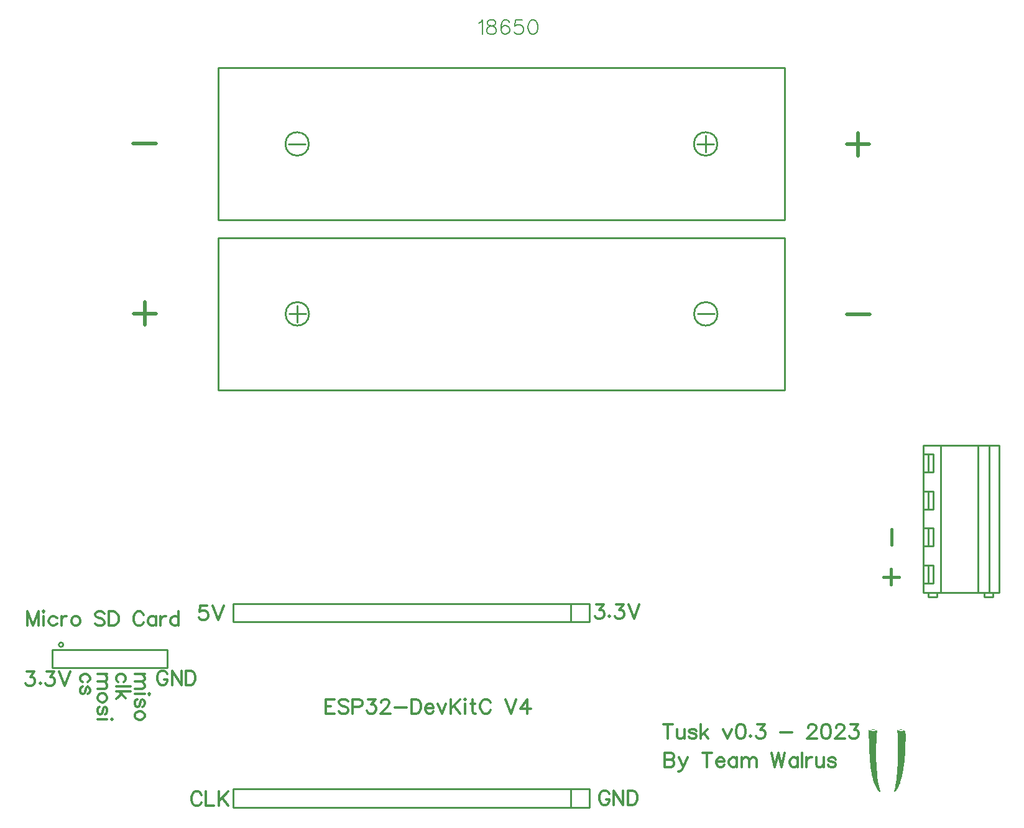
<source format=gto>
G04 Layer: TopSilkscreenLayer*
G04 EasyEDA v6.5.22, 2023-04-15 12:39:05*
G04 be6c2babb4a64d26810588ea53c7a698,ef4dac4c239f4a7f90591e71bd1ece2f,10*
G04 Gerber Generator version 0.2*
G04 Scale: 100 percent, Rotated: No, Reflected: No *
G04 Dimensions in inches *
G04 leading zeros omitted , absolute positions ,3 integer and 6 decimal *
%FSLAX36Y36*%
%MOIN*%

%ADD10C,0.0120*%
%ADD11C,0.0080*%
%ADD12C,0.0150*%
%ADD13C,0.0200*%
%ADD14C,0.0100*%
%ADD15C,0.0160*%

%LPD*%
G36*
X3482320Y-245280D02*
G01*
X3478039Y-245400D01*
X3475580Y-245720D01*
X3475140Y-246160D01*
X3476900Y-246700D01*
X3480059Y-247120D01*
X3483480Y-247240D01*
X3486720Y-247079D01*
X3489400Y-246640D01*
X3490520Y-246080D01*
X3489560Y-245640D01*
X3486760Y-245360D01*
G37*
G36*
X3333920Y-245340D02*
G01*
X3329000Y-245440D01*
X3326040Y-245740D01*
X3325260Y-246160D01*
X3326880Y-246700D01*
X3330160Y-247120D01*
X3333900Y-247260D01*
X3337660Y-247120D01*
X3340940Y-246700D01*
X3342559Y-246160D01*
X3341780Y-245740D01*
X3338820Y-245440D01*
G37*
G36*
X3311259Y-247480D02*
G01*
X3313200Y-341960D01*
X3313600Y-355920D01*
X3314100Y-369360D01*
X3314700Y-382260D01*
X3315380Y-394640D01*
X3316180Y-406560D01*
X3317080Y-417980D01*
X3318080Y-428940D01*
X3319180Y-439480D01*
X3320400Y-449580D01*
X3321740Y-459280D01*
X3323180Y-468579D01*
X3325160Y-479680D01*
X3327320Y-490240D01*
X3329200Y-498300D01*
X3331720Y-507920D01*
X3333880Y-515300D01*
X3337380Y-525840D01*
X3340539Y-534180D01*
X3343220Y-540580D01*
X3346780Y-548280D01*
X3349480Y-553600D01*
X3351980Y-558080D01*
X3354540Y-562260D01*
X3357120Y-566120D01*
X3359660Y-569620D01*
X3362120Y-572720D01*
X3364460Y-575360D01*
X3366620Y-577540D01*
X3368560Y-579180D01*
X3370220Y-580240D01*
X3370940Y-580560D01*
X3371580Y-580700D01*
X3372120Y-580700D01*
X3372559Y-580540D01*
X3372900Y-580180D01*
X3373140Y-579660D01*
X3373260Y-578960D01*
X3373260Y-578080D01*
X3372860Y-575720D01*
X3371920Y-572560D01*
X3369900Y-567020D01*
X3368200Y-561580D01*
X3366560Y-555560D01*
X3364980Y-548960D01*
X3363480Y-541800D01*
X3362040Y-534160D01*
X3360680Y-526020D01*
X3359080Y-515240D01*
X3357900Y-506160D01*
X3356780Y-496700D01*
X3354800Y-476800D01*
X3353340Y-458480D01*
X3352300Y-442260D01*
X3351720Y-431220D01*
X3350820Y-408760D01*
X3350460Y-394560D01*
X3350200Y-371760D01*
X3350260Y-354739D01*
X3350500Y-340700D01*
X3350899Y-326860D01*
X3351460Y-313260D01*
X3352040Y-302600D01*
X3352900Y-289620D01*
X3353960Y-277080D01*
X3356720Y-250219D01*
X3342980Y-252260D01*
X3339960Y-252620D01*
X3336840Y-252820D01*
X3333700Y-252860D01*
X3330600Y-252740D01*
X3327620Y-252480D01*
X3324840Y-252100D01*
X3322360Y-251560D01*
X3320240Y-250900D01*
G37*
G36*
X3461920Y-248260D02*
G01*
X3464920Y-280600D01*
X3465640Y-290100D01*
X3466240Y-299940D01*
X3467140Y-320540D01*
X3467540Y-336640D01*
X3467740Y-355920D01*
X3467679Y-369920D01*
X3467500Y-384060D01*
X3467100Y-401060D01*
X3466240Y-423640D01*
X3465680Y-434799D01*
X3464320Y-456680D01*
X3462420Y-480300D01*
X3460920Y-495280D01*
X3459840Y-504840D01*
X3458399Y-516260D01*
X3457160Y-524920D01*
X3455860Y-533120D01*
X3454480Y-540840D01*
X3453060Y-548020D01*
X3451560Y-554640D01*
X3448540Y-566300D01*
X3447520Y-570960D01*
X3446940Y-574660D01*
X3446820Y-576140D01*
X3446820Y-577380D01*
X3446920Y-578400D01*
X3447140Y-579160D01*
X3447480Y-579660D01*
X3447919Y-579940D01*
X3448500Y-579980D01*
X3449160Y-579780D01*
X3449960Y-579320D01*
X3450860Y-578640D01*
X3453020Y-576520D01*
X3455640Y-573460D01*
X3458720Y-569420D01*
X3462260Y-564420D01*
X3465400Y-559580D01*
X3468440Y-554460D01*
X3471340Y-549000D01*
X3474120Y-543240D01*
X3478060Y-533940D01*
X3481120Y-525580D01*
X3484020Y-516640D01*
X3486220Y-509060D01*
X3488800Y-499040D01*
X3490740Y-490560D01*
X3492580Y-481680D01*
X3494320Y-472340D01*
X3495940Y-462580D01*
X3497480Y-452360D01*
X3498900Y-441680D01*
X3500240Y-430520D01*
X3501500Y-418880D01*
X3502640Y-406740D01*
X3503700Y-394099D01*
X3504680Y-380920D01*
X3505580Y-367220D01*
X3507120Y-338200D01*
X3507820Y-321180D01*
X3508480Y-301480D01*
X3508740Y-285540D01*
X3508700Y-278900D01*
X3508540Y-273060D01*
X3508260Y-268020D01*
X3507860Y-263700D01*
X3507300Y-260060D01*
X3506600Y-257079D01*
X3505760Y-254720D01*
X3504740Y-252920D01*
X3504180Y-252220D01*
X3503580Y-251660D01*
X3502919Y-251200D01*
X3502240Y-250859D01*
X3501500Y-250640D01*
X3500720Y-250520D01*
X3499020Y-250560D01*
X3497120Y-250980D01*
X3493700Y-252040D01*
X3491220Y-252560D01*
X3488660Y-252880D01*
X3486019Y-253000D01*
X3483279Y-252900D01*
X3480419Y-252600D01*
X3477460Y-252100D01*
X3474340Y-251400D01*
G37*
D10*
X2233540Y-217599D02*
G01*
X2233540Y-293899D01*
X2208140Y-217599D02*
G01*
X2259040Y-217599D01*
X2283040Y-242999D02*
G01*
X2283040Y-279399D01*
X2286640Y-290299D01*
X2293940Y-293899D01*
X2304840Y-293899D01*
X2312140Y-290299D01*
X2323040Y-279399D01*
X2323040Y-242999D02*
G01*
X2323040Y-293899D01*
X2387040Y-253899D02*
G01*
X2383440Y-246699D01*
X2372440Y-242999D01*
X2361540Y-242999D01*
X2350640Y-246699D01*
X2347040Y-253899D01*
X2350640Y-261199D01*
X2357940Y-264899D01*
X2376140Y-268499D01*
X2383440Y-272100D01*
X2387040Y-279399D01*
X2387040Y-282999D01*
X2383440Y-290299D01*
X2372440Y-293899D01*
X2361540Y-293899D01*
X2350640Y-290299D01*
X2347040Y-282999D01*
X2411040Y-217599D02*
G01*
X2411040Y-293899D01*
X2447440Y-242999D02*
G01*
X2411040Y-279399D01*
X2425540Y-264899D02*
G01*
X2451040Y-293899D01*
X2531040Y-242999D02*
G01*
X2552840Y-293899D01*
X2574640Y-242999D02*
G01*
X2552840Y-293899D01*
X2620440Y-217599D02*
G01*
X2609540Y-221199D01*
X2602340Y-232100D01*
X2598640Y-250299D01*
X2598640Y-261199D01*
X2602340Y-279399D01*
X2609540Y-290299D01*
X2620440Y-293899D01*
X2627740Y-293899D01*
X2638640Y-290299D01*
X2645940Y-279399D01*
X2649540Y-261199D01*
X2649540Y-250299D01*
X2645940Y-232100D01*
X2638640Y-221199D01*
X2627740Y-217599D01*
X2620440Y-217599D01*
X2677240Y-275799D02*
G01*
X2673540Y-279399D01*
X2677240Y-282999D01*
X2680840Y-279399D01*
X2677240Y-275799D01*
X2712140Y-217599D02*
G01*
X2752140Y-217599D01*
X2730340Y-246699D01*
X2741240Y-246699D01*
X2748440Y-250299D01*
X2752140Y-253899D01*
X2755740Y-264899D01*
X2755740Y-272100D01*
X2752140Y-282999D01*
X2744840Y-290299D01*
X2733940Y-293899D01*
X2723040Y-293899D01*
X2712140Y-290299D01*
X2708440Y-286699D01*
X2704840Y-279399D01*
X2835740Y-261199D02*
G01*
X2901240Y-261199D01*
X2984840Y-235799D02*
G01*
X2984840Y-232100D01*
X2988440Y-224899D01*
X2992140Y-221199D01*
X2999440Y-217599D01*
X3013940Y-217599D01*
X3021240Y-221199D01*
X3024840Y-224899D01*
X3028440Y-232100D01*
X3028440Y-239399D01*
X3024840Y-246699D01*
X3017540Y-257599D01*
X2981240Y-293899D01*
X3032140Y-293899D01*
X3077940Y-217599D02*
G01*
X3067040Y-221199D01*
X3059740Y-232100D01*
X3056140Y-250299D01*
X3056140Y-261199D01*
X3059740Y-279399D01*
X3067040Y-290299D01*
X3077940Y-293899D01*
X3085240Y-293899D01*
X3096140Y-290299D01*
X3103440Y-279399D01*
X3107040Y-261199D01*
X3107040Y-250299D01*
X3103440Y-232100D01*
X3096140Y-221199D01*
X3085240Y-217599D01*
X3077940Y-217599D01*
X3134640Y-235799D02*
G01*
X3134640Y-232100D01*
X3138340Y-224899D01*
X3141940Y-221199D01*
X3149240Y-217599D01*
X3163740Y-217599D01*
X3171040Y-221199D01*
X3174640Y-224899D01*
X3178340Y-232100D01*
X3178340Y-239399D01*
X3174640Y-246699D01*
X3167440Y-257599D01*
X3131040Y-293899D01*
X3181940Y-293899D01*
X3213240Y-217599D02*
G01*
X3253240Y-217599D01*
X3231440Y-246699D01*
X3242340Y-246699D01*
X3249540Y-250299D01*
X3253240Y-253899D01*
X3256840Y-264899D01*
X3256840Y-272100D01*
X3253240Y-282999D01*
X3245940Y-290299D01*
X3235040Y-293899D01*
X3224140Y-293899D01*
X3213240Y-290299D01*
X3209540Y-286699D01*
X3205940Y-279399D01*
D11*
X1221040Y3547200D02*
G01*
X1228240Y3550800D01*
X1239140Y3561700D01*
X1239140Y3485399D01*
X1281340Y3561700D02*
G01*
X1270440Y3558100D01*
X1266840Y3550800D01*
X1266840Y3543500D01*
X1270440Y3536300D01*
X1277740Y3532600D01*
X1292240Y3529000D01*
X1303140Y3525399D01*
X1310440Y3518100D01*
X1314140Y3510800D01*
X1314140Y3499900D01*
X1310440Y3492600D01*
X1306840Y3489000D01*
X1295940Y3485399D01*
X1281340Y3485399D01*
X1270440Y3489000D01*
X1266840Y3492600D01*
X1263140Y3499900D01*
X1263140Y3510800D01*
X1266840Y3518100D01*
X1274140Y3525399D01*
X1285040Y3529000D01*
X1299540Y3532600D01*
X1306840Y3536300D01*
X1310440Y3543500D01*
X1310440Y3550800D01*
X1306840Y3558100D01*
X1295940Y3561700D01*
X1281340Y3561700D01*
X1381740Y3550800D02*
G01*
X1378140Y3558100D01*
X1367140Y3561700D01*
X1359940Y3561700D01*
X1349040Y3558100D01*
X1341740Y3547200D01*
X1338140Y3529000D01*
X1338140Y3510800D01*
X1341740Y3496300D01*
X1349040Y3489000D01*
X1359940Y3485399D01*
X1363540Y3485399D01*
X1374440Y3489000D01*
X1381740Y3496300D01*
X1385340Y3507200D01*
X1385340Y3510800D01*
X1381740Y3521700D01*
X1374440Y3529000D01*
X1363540Y3532600D01*
X1359940Y3532600D01*
X1349040Y3529000D01*
X1341740Y3521700D01*
X1338140Y3510800D01*
X1453040Y3561700D02*
G01*
X1416640Y3561700D01*
X1413040Y3529000D01*
X1416640Y3532600D01*
X1427540Y3536300D01*
X1438440Y3536300D01*
X1449340Y3532600D01*
X1456640Y3525399D01*
X1460240Y3514500D01*
X1460240Y3507200D01*
X1456640Y3496300D01*
X1449340Y3489000D01*
X1438440Y3485399D01*
X1427540Y3485399D01*
X1416640Y3489000D01*
X1413040Y3492600D01*
X1409340Y3499900D01*
X1506140Y3561700D02*
G01*
X1495140Y3558100D01*
X1487940Y3547200D01*
X1484240Y3529000D01*
X1484240Y3518100D01*
X1487940Y3499900D01*
X1495140Y3489000D01*
X1506140Y3485399D01*
X1513340Y3485399D01*
X1524240Y3489000D01*
X1531540Y3499900D01*
X1535140Y3518100D01*
X1535140Y3529000D01*
X1531540Y3547200D01*
X1524240Y3558100D01*
X1513340Y3561700D01*
X1506140Y3561700D01*
D12*
X3432600Y747040D02*
G01*
X3432600Y828840D01*
X3430940Y614300D02*
G01*
X3430940Y532500D01*
X3390040Y573400D02*
G01*
X3471840Y573400D01*
D10*
X2216040Y-370299D02*
G01*
X2216040Y-446599D01*
X2216040Y-370299D02*
G01*
X2248740Y-370299D01*
X2259640Y-373899D01*
X2263240Y-377500D01*
X2266940Y-384800D01*
X2266940Y-392100D01*
X2263240Y-399399D01*
X2259640Y-402999D01*
X2248740Y-406599D01*
X2216040Y-406599D02*
G01*
X2248740Y-406599D01*
X2259640Y-410299D01*
X2263240Y-413899D01*
X2266940Y-421199D01*
X2266940Y-432100D01*
X2263240Y-439399D01*
X2259640Y-442999D01*
X2248740Y-446599D01*
X2216040Y-446599D01*
X2294540Y-395699D02*
G01*
X2316340Y-446599D01*
X2338140Y-395699D02*
G01*
X2316340Y-446599D01*
X2309140Y-461199D01*
X2301840Y-468499D01*
X2294540Y-472100D01*
X2290940Y-472100D01*
X2443640Y-370299D02*
G01*
X2443640Y-446599D01*
X2418140Y-370299D02*
G01*
X2469140Y-370299D01*
X2493140Y-417500D02*
G01*
X2536740Y-417500D01*
X2536740Y-410299D01*
X2533140Y-402999D01*
X2529440Y-399399D01*
X2522140Y-395699D01*
X2511240Y-395699D01*
X2504040Y-399399D01*
X2496740Y-406599D01*
X2493140Y-417500D01*
X2493140Y-424800D01*
X2496740Y-435699D01*
X2504040Y-442999D01*
X2511240Y-446599D01*
X2522140Y-446599D01*
X2529440Y-442999D01*
X2536740Y-435699D01*
X2604340Y-395699D02*
G01*
X2604340Y-446599D01*
X2604340Y-406599D02*
G01*
X2597140Y-399399D01*
X2589840Y-395699D01*
X2578940Y-395699D01*
X2571640Y-399399D01*
X2564340Y-406599D01*
X2560740Y-417500D01*
X2560740Y-424800D01*
X2564340Y-435699D01*
X2571640Y-442999D01*
X2578940Y-446599D01*
X2589840Y-446599D01*
X2597140Y-442999D01*
X2604340Y-435699D01*
X2628340Y-395699D02*
G01*
X2628340Y-446599D01*
X2628340Y-410299D02*
G01*
X2639240Y-399399D01*
X2646540Y-395699D01*
X2657440Y-395699D01*
X2664740Y-399399D01*
X2668340Y-410299D01*
X2668340Y-446599D01*
X2668340Y-410299D02*
G01*
X2679240Y-399399D01*
X2686540Y-395699D01*
X2697440Y-395699D01*
X2704740Y-399399D01*
X2708340Y-410299D01*
X2708340Y-446599D01*
X2788340Y-370299D02*
G01*
X2806540Y-446599D01*
X2824740Y-370299D02*
G01*
X2806540Y-446599D01*
X2824740Y-370299D02*
G01*
X2842940Y-446599D01*
X2861140Y-370299D02*
G01*
X2842940Y-446599D01*
X2928740Y-395699D02*
G01*
X2928740Y-446599D01*
X2928740Y-406599D02*
G01*
X2921440Y-399399D01*
X2914140Y-395699D01*
X2903240Y-395699D01*
X2896040Y-399399D01*
X2888740Y-406599D01*
X2885140Y-417500D01*
X2885140Y-424800D01*
X2888740Y-435699D01*
X2896040Y-442999D01*
X2903240Y-446599D01*
X2914140Y-446599D01*
X2921440Y-442999D01*
X2928740Y-435699D01*
X2952740Y-370299D02*
G01*
X2952740Y-446599D01*
X2976740Y-395699D02*
G01*
X2976740Y-446599D01*
X2976740Y-417500D02*
G01*
X2980340Y-406599D01*
X2987640Y-399399D01*
X2994940Y-395699D01*
X3005840Y-395699D01*
X3029840Y-395699D02*
G01*
X3029840Y-432100D01*
X3033440Y-442999D01*
X3040740Y-446599D01*
X3051640Y-446599D01*
X3058940Y-442999D01*
X3069840Y-432100D01*
X3069840Y-395699D02*
G01*
X3069840Y-446599D01*
X3133840Y-406599D02*
G01*
X3130140Y-399399D01*
X3119240Y-395699D01*
X3108340Y-395699D01*
X3097440Y-399399D01*
X3093840Y-406599D01*
X3097440Y-413899D01*
X3104740Y-417500D01*
X3122940Y-421199D01*
X3130140Y-424800D01*
X3133840Y-432100D01*
X3133840Y-435699D01*
X3130140Y-442999D01*
X3119240Y-446599D01*
X3108340Y-446599D01*
X3097440Y-442999D01*
X3093840Y-435699D01*
X1849240Y424700D02*
G01*
X1889240Y424700D01*
X1867440Y395600D01*
X1878340Y395600D01*
X1885640Y392000D01*
X1889240Y388400D01*
X1892940Y377500D01*
X1892940Y370199D01*
X1889240Y359300D01*
X1882040Y352000D01*
X1871140Y348400D01*
X1860140Y348400D01*
X1849240Y352000D01*
X1845640Y355600D01*
X1842040Y362899D01*
X1920540Y366500D02*
G01*
X1916940Y362899D01*
X1920540Y359300D01*
X1924140Y362899D01*
X1920540Y366500D01*
X1955440Y424700D02*
G01*
X1995440Y424700D01*
X1973640Y395600D01*
X1984540Y395600D01*
X1991840Y392000D01*
X1995440Y388400D01*
X1999140Y377500D01*
X1999140Y370199D01*
X1995440Y359300D01*
X1988140Y352000D01*
X1977240Y348400D01*
X1966340Y348400D01*
X1955440Y352000D01*
X1951840Y355600D01*
X1948140Y362899D01*
X2023140Y424700D02*
G01*
X2052140Y348400D01*
X2081240Y424700D02*
G01*
X2052140Y348400D01*
X1919542Y-591499D02*
G01*
X1915942Y-584199D01*
X1908642Y-576899D01*
X1901342Y-573299D01*
X1886842Y-573299D01*
X1879542Y-576899D01*
X1872242Y-584199D01*
X1868642Y-591499D01*
X1865042Y-602399D01*
X1865042Y-620499D01*
X1868642Y-631499D01*
X1872242Y-638699D01*
X1879542Y-645999D01*
X1886842Y-649600D01*
X1901342Y-649600D01*
X1908642Y-645999D01*
X1915942Y-638699D01*
X1919542Y-631499D01*
X1919542Y-620499D01*
X1901342Y-620499D02*
G01*
X1919542Y-620499D01*
X1943542Y-573299D02*
G01*
X1943542Y-649600D01*
X1943542Y-573299D02*
G01*
X1994442Y-649600D01*
X1994442Y-573299D02*
G01*
X1994442Y-649600D01*
X2018442Y-573299D02*
G01*
X2018442Y-649600D01*
X2018442Y-573299D02*
G01*
X2043942Y-573299D01*
X2054842Y-576899D01*
X2062142Y-584199D01*
X2065742Y-591499D01*
X2069342Y-602399D01*
X2069342Y-620499D01*
X2065742Y-631499D01*
X2062142Y-638699D01*
X2054842Y-645999D01*
X2043942Y-649600D01*
X2018442Y-649600D01*
X-237359Y417699D02*
G01*
X-273759Y417699D01*
X-277359Y385000D01*
X-273759Y388600D01*
X-262859Y392300D01*
X-251859Y392300D01*
X-240959Y388600D01*
X-233759Y381400D01*
X-230059Y370500D01*
X-230059Y363200D01*
X-233759Y352300D01*
X-240959Y345000D01*
X-251859Y341400D01*
X-262859Y341400D01*
X-273759Y345000D01*
X-277359Y348600D01*
X-280959Y355900D01*
X-206059Y417699D02*
G01*
X-176959Y341400D01*
X-147859Y417699D02*
G01*
X-176959Y341400D01*
X-266457Y-596499D02*
G01*
X-270057Y-589199D01*
X-277357Y-581899D01*
X-284657Y-578299D01*
X-299157Y-578299D01*
X-306457Y-581899D01*
X-313757Y-589199D01*
X-317357Y-596499D01*
X-320957Y-607399D01*
X-320957Y-625499D01*
X-317357Y-636499D01*
X-313757Y-643699D01*
X-306457Y-650999D01*
X-299157Y-654600D01*
X-284657Y-654600D01*
X-277357Y-650999D01*
X-270057Y-643699D01*
X-266457Y-636499D01*
X-242457Y-578299D02*
G01*
X-242457Y-654600D01*
X-242457Y-654600D02*
G01*
X-198857Y-654600D01*
X-174857Y-578299D02*
G01*
X-174857Y-654600D01*
X-123857Y-578299D02*
G01*
X-174857Y-629199D01*
X-156657Y-610999D02*
G01*
X-123857Y-654600D01*
X398040Y-83299D02*
G01*
X398040Y-159600D01*
X398040Y-83299D02*
G01*
X445240Y-83299D01*
X398040Y-119600D02*
G01*
X427140Y-119600D01*
X398040Y-159600D02*
G01*
X445240Y-159600D01*
X520140Y-94199D02*
G01*
X512940Y-86899D01*
X502040Y-83299D01*
X487440Y-83299D01*
X476540Y-86899D01*
X469240Y-94199D01*
X469240Y-101499D01*
X472940Y-108699D01*
X476540Y-112399D01*
X483840Y-115999D01*
X505640Y-123299D01*
X512940Y-126899D01*
X516540Y-130499D01*
X520140Y-137799D01*
X520140Y-148699D01*
X512940Y-155999D01*
X502040Y-159600D01*
X487440Y-159600D01*
X476540Y-155999D01*
X469240Y-148699D01*
X544140Y-83299D02*
G01*
X544140Y-159600D01*
X544140Y-83299D02*
G01*
X576940Y-83299D01*
X587840Y-86899D01*
X591440Y-90499D01*
X595140Y-97799D01*
X595140Y-108699D01*
X591440Y-115999D01*
X587840Y-119600D01*
X576940Y-123299D01*
X544140Y-123299D01*
X626340Y-83299D02*
G01*
X666340Y-83299D01*
X644540Y-112399D01*
X655440Y-112399D01*
X662740Y-115999D01*
X666340Y-119600D01*
X670040Y-130499D01*
X670040Y-137799D01*
X666340Y-148699D01*
X659140Y-155999D01*
X648140Y-159600D01*
X637240Y-159600D01*
X626340Y-155999D01*
X622740Y-152399D01*
X619140Y-145099D01*
X697640Y-101499D02*
G01*
X697640Y-97799D01*
X701240Y-90499D01*
X704940Y-86899D01*
X712140Y-83299D01*
X726740Y-83299D01*
X734040Y-86899D01*
X737640Y-90499D01*
X741240Y-97799D01*
X741240Y-105099D01*
X737640Y-112399D01*
X730340Y-123299D01*
X694040Y-159600D01*
X744940Y-159600D01*
X768940Y-126899D02*
G01*
X834340Y-126899D01*
X858340Y-83299D02*
G01*
X858340Y-159600D01*
X858340Y-83299D02*
G01*
X883840Y-83299D01*
X894740Y-86899D01*
X902040Y-94199D01*
X905640Y-101499D01*
X909240Y-112399D01*
X909240Y-130499D01*
X905640Y-141499D01*
X902040Y-148699D01*
X894740Y-155999D01*
X883840Y-159600D01*
X858340Y-159600D01*
X933240Y-130499D02*
G01*
X976940Y-130499D01*
X976940Y-123299D01*
X973240Y-115999D01*
X969640Y-112399D01*
X962340Y-108699D01*
X951440Y-108699D01*
X944140Y-112399D01*
X936940Y-119600D01*
X933240Y-130499D01*
X933240Y-137799D01*
X936940Y-148699D01*
X944140Y-155999D01*
X951440Y-159600D01*
X962340Y-159600D01*
X969640Y-155999D01*
X976940Y-148699D01*
X1000940Y-108699D02*
G01*
X1022740Y-159600D01*
X1044540Y-108699D02*
G01*
X1022740Y-159600D01*
X1068540Y-83299D02*
G01*
X1068540Y-159600D01*
X1119440Y-83299D02*
G01*
X1068540Y-134199D01*
X1086740Y-115999D02*
G01*
X1119440Y-159600D01*
X1143440Y-83299D02*
G01*
X1147140Y-86899D01*
X1150740Y-83299D01*
X1147140Y-79600D01*
X1143440Y-83299D01*
X1147140Y-108699D02*
G01*
X1147140Y-159600D01*
X1185640Y-83299D02*
G01*
X1185640Y-145099D01*
X1189240Y-155999D01*
X1196540Y-159600D01*
X1203840Y-159600D01*
X1174740Y-108699D02*
G01*
X1200140Y-108699D01*
X1282340Y-101499D02*
G01*
X1278740Y-94199D01*
X1271440Y-86899D01*
X1264140Y-83299D01*
X1249640Y-83299D01*
X1242340Y-86899D01*
X1235140Y-94199D01*
X1231440Y-101499D01*
X1227840Y-112399D01*
X1227840Y-130499D01*
X1231440Y-141499D01*
X1235140Y-148699D01*
X1242340Y-155999D01*
X1249640Y-159600D01*
X1264140Y-159600D01*
X1271440Y-155999D01*
X1278740Y-148699D01*
X1282340Y-141499D01*
X1362340Y-83299D02*
G01*
X1391440Y-159600D01*
X1420540Y-83299D02*
G01*
X1391440Y-159600D01*
X1480940Y-83299D02*
G01*
X1444540Y-134199D01*
X1499140Y-134199D01*
X1480940Y-83299D02*
G01*
X1480940Y-159600D01*
X-1198959Y387699D02*
G01*
X-1198959Y311400D01*
X-1198959Y387699D02*
G01*
X-1169859Y311400D01*
X-1140859Y387699D02*
G01*
X-1169859Y311400D01*
X-1140859Y387699D02*
G01*
X-1140859Y311400D01*
X-1116859Y387699D02*
G01*
X-1113159Y384100D01*
X-1109559Y387699D01*
X-1113159Y391400D01*
X-1116859Y387699D01*
X-1113159Y362300D02*
G01*
X-1113159Y311400D01*
X-1041859Y351400D02*
G01*
X-1049159Y358600D01*
X-1056459Y362300D01*
X-1067359Y362300D01*
X-1074659Y358600D01*
X-1081859Y351400D01*
X-1085559Y340500D01*
X-1085559Y333200D01*
X-1081859Y322300D01*
X-1074659Y315000D01*
X-1067359Y311400D01*
X-1056459Y311400D01*
X-1049159Y315000D01*
X-1041859Y322300D01*
X-1017859Y362300D02*
G01*
X-1017859Y311400D01*
X-1017859Y340500D02*
G01*
X-1014259Y351400D01*
X-1006959Y358600D01*
X-999759Y362300D01*
X-988859Y362300D01*
X-946659Y362300D02*
G01*
X-953859Y358600D01*
X-961159Y351400D01*
X-964859Y340500D01*
X-964859Y333200D01*
X-961159Y322300D01*
X-953859Y315000D01*
X-946659Y311400D01*
X-935759Y311400D01*
X-928459Y315000D01*
X-921159Y322300D01*
X-917559Y333200D01*
X-917559Y340500D01*
X-921159Y351400D01*
X-928459Y358600D01*
X-935759Y362300D01*
X-946659Y362300D01*
X-786659Y376800D02*
G01*
X-793859Y384100D01*
X-804859Y387699D01*
X-819359Y387699D01*
X-830259Y384100D01*
X-837559Y376800D01*
X-837559Y369500D01*
X-833859Y362300D01*
X-830259Y358600D01*
X-822959Y355000D01*
X-801159Y347699D01*
X-793859Y344100D01*
X-790259Y340500D01*
X-786659Y333200D01*
X-786659Y322300D01*
X-793859Y315000D01*
X-804859Y311400D01*
X-819359Y311400D01*
X-830259Y315000D01*
X-837559Y322300D01*
X-762659Y387699D02*
G01*
X-762659Y311400D01*
X-762659Y387699D02*
G01*
X-737159Y387699D01*
X-726259Y384100D01*
X-718959Y376800D01*
X-715359Y369500D01*
X-711759Y358600D01*
X-711759Y340500D01*
X-715359Y329500D01*
X-718959Y322300D01*
X-726259Y315000D01*
X-737159Y311400D01*
X-762659Y311400D01*
X-577159Y369500D02*
G01*
X-580859Y376800D01*
X-588059Y384100D01*
X-595359Y387699D01*
X-609859Y387699D01*
X-617159Y384100D01*
X-624459Y376800D01*
X-628059Y369500D01*
X-631759Y358600D01*
X-631759Y340500D01*
X-628059Y329500D01*
X-624459Y322300D01*
X-617159Y315000D01*
X-609859Y311400D01*
X-595359Y311400D01*
X-588059Y315000D01*
X-580859Y322300D01*
X-577159Y329500D01*
X-509559Y362300D02*
G01*
X-509559Y311400D01*
X-509559Y351400D02*
G01*
X-516859Y358600D01*
X-524059Y362300D01*
X-534959Y362300D01*
X-542259Y358600D01*
X-549559Y351400D01*
X-553159Y340500D01*
X-553159Y333200D01*
X-549559Y322300D01*
X-542259Y315000D01*
X-534959Y311400D01*
X-524059Y311400D01*
X-516859Y315000D01*
X-509559Y322300D01*
X-485559Y362300D02*
G01*
X-485559Y311400D01*
X-485559Y340500D02*
G01*
X-481859Y351400D01*
X-474659Y358600D01*
X-467359Y362300D01*
X-456459Y362300D01*
X-388859Y387699D02*
G01*
X-388859Y311400D01*
X-388859Y351400D02*
G01*
X-396059Y358600D01*
X-403359Y362300D01*
X-414259Y362300D01*
X-421559Y358600D01*
X-428859Y351400D01*
X-432459Y340500D01*
X-432459Y333200D01*
X-428859Y322300D01*
X-421559Y315000D01*
X-414259Y311400D01*
X-403359Y311400D01*
X-396059Y315000D01*
X-388859Y322300D01*
X-1203088Y64912D02*
G01*
X-1163088Y64912D01*
X-1184888Y35812D01*
X-1173988Y35812D01*
X-1166688Y32212D01*
X-1163088Y28612D01*
X-1159388Y17712D01*
X-1159388Y10412D01*
X-1163088Y-488D01*
X-1170288Y-7787D01*
X-1181188Y-11387D01*
X-1192188Y-11387D01*
X-1203088Y-7787D01*
X-1206688Y-4187D01*
X-1210288Y3112D01*
X-1131788Y6712D02*
G01*
X-1135388Y3112D01*
X-1131788Y-488D01*
X-1128188Y3112D01*
X-1131788Y6712D01*
X-1096888Y64912D02*
G01*
X-1056888Y64912D01*
X-1078688Y35812D01*
X-1067788Y35812D01*
X-1060488Y32212D01*
X-1056888Y28612D01*
X-1053188Y17712D01*
X-1053188Y10412D01*
X-1056888Y-488D01*
X-1064188Y-7787D01*
X-1075088Y-11387D01*
X-1085988Y-11387D01*
X-1096888Y-7787D01*
X-1100488Y-4187D01*
X-1104188Y3112D01*
X-1029188Y64912D02*
G01*
X-1000188Y-11387D01*
X-971088Y64912D02*
G01*
X-1000188Y-11387D01*
X-448789Y51500D02*
G01*
X-452389Y58800D01*
X-459689Y66100D01*
X-466989Y69700D01*
X-481489Y69700D01*
X-488789Y66100D01*
X-496089Y58800D01*
X-499689Y51500D01*
X-503289Y40600D01*
X-503289Y22500D01*
X-499689Y11500D01*
X-496089Y4300D01*
X-488789Y-2999D01*
X-481489Y-6599D01*
X-466989Y-6599D01*
X-459689Y-2999D01*
X-452389Y4300D01*
X-448789Y11500D01*
X-448789Y22500D01*
X-466989Y22500D02*
G01*
X-448789Y22500D01*
X-424789Y69700D02*
G01*
X-424789Y-6599D01*
X-424789Y69700D02*
G01*
X-373889Y-6599D01*
X-373889Y69700D02*
G01*
X-373889Y-6599D01*
X-349889Y69700D02*
G01*
X-349889Y-6599D01*
X-349889Y69700D02*
G01*
X-324389Y69700D01*
X-313489Y66100D01*
X-306189Y58800D01*
X-302589Y51500D01*
X-298989Y40600D01*
X-298989Y22500D01*
X-302589Y11500D01*
X-306189Y4300D01*
X-313489Y-2999D01*
X-324389Y-6599D01*
X-349889Y-6599D01*
X-875929Y8360D02*
G01*
X-868729Y15660D01*
X-865029Y22860D01*
X-865029Y33859D01*
X-868729Y41060D01*
X-875929Y48360D01*
X-886829Y51960D01*
X-894129Y51960D01*
X-905029Y48360D01*
X-912329Y41060D01*
X-915929Y33859D01*
X-915929Y22860D01*
X-912329Y15660D01*
X-905029Y8360D01*
X-875929Y-55639D02*
G01*
X-868729Y-52039D01*
X-865029Y-41140D01*
X-865029Y-30139D01*
X-868729Y-19239D01*
X-875929Y-15639D01*
X-883229Y-19239D01*
X-886829Y-26539D01*
X-890529Y-44739D01*
X-894129Y-52039D01*
X-901429Y-55639D01*
X-905029Y-55639D01*
X-912329Y-52039D01*
X-915929Y-41140D01*
X-915929Y-30139D01*
X-912329Y-19239D01*
X-905029Y-15639D01*
X-772362Y52027D02*
G01*
X-823262Y52027D01*
X-786962Y52027D02*
G01*
X-776062Y41127D01*
X-772362Y33827D01*
X-772362Y22926D01*
X-776062Y15627D01*
X-786962Y12027D01*
X-823262Y12027D01*
X-786962Y12027D02*
G01*
X-776062Y1127D01*
X-772362Y-6172D01*
X-772362Y-17073D01*
X-776062Y-24372D01*
X-786962Y-27972D01*
X-823262Y-27972D01*
X-772362Y-70172D02*
G01*
X-776062Y-62872D01*
X-783262Y-55672D01*
X-794162Y-51972D01*
X-801462Y-51972D01*
X-812362Y-55672D01*
X-819662Y-62872D01*
X-823262Y-70172D01*
X-823262Y-81072D01*
X-819662Y-88372D01*
X-812362Y-95672D01*
X-801462Y-99272D01*
X-794162Y-99272D01*
X-783262Y-95672D01*
X-776062Y-88372D01*
X-772362Y-81072D01*
X-772362Y-70172D01*
X-783262Y-163272D02*
G01*
X-776062Y-159672D01*
X-772362Y-148772D01*
X-772362Y-137772D01*
X-776062Y-126872D01*
X-783262Y-123272D01*
X-790562Y-126872D01*
X-794162Y-134172D01*
X-797862Y-152372D01*
X-801462Y-159672D01*
X-808762Y-163272D01*
X-812362Y-163272D01*
X-819662Y-159672D01*
X-823262Y-148772D01*
X-823262Y-137772D01*
X-819662Y-126872D01*
X-812362Y-123272D01*
X-746962Y-187273D02*
G01*
X-750562Y-190872D01*
X-746962Y-194573D01*
X-743262Y-190872D01*
X-746962Y-187273D01*
X-772362Y-190872D02*
G01*
X-823262Y-190872D01*
X-683929Y8360D02*
G01*
X-676729Y15660D01*
X-673029Y22860D01*
X-673029Y33859D01*
X-676729Y41060D01*
X-683929Y48360D01*
X-694829Y51960D01*
X-702129Y51960D01*
X-713029Y48360D01*
X-720329Y41060D01*
X-723929Y33859D01*
X-723929Y22860D01*
X-720329Y15660D01*
X-713029Y8360D01*
X-647629Y-15639D02*
G01*
X-723929Y-15639D01*
X-647629Y-39639D02*
G01*
X-723929Y-39639D01*
X-673029Y-76039D02*
G01*
X-709429Y-39639D01*
X-694829Y-54139D02*
G01*
X-723929Y-79639D01*
X-571696Y51993D02*
G01*
X-622596Y51993D01*
X-586296Y51993D02*
G01*
X-575396Y41093D01*
X-571696Y33793D01*
X-571696Y22893D01*
X-575396Y15593D01*
X-586296Y11993D01*
X-622596Y11993D01*
X-586296Y11993D02*
G01*
X-575396Y1093D01*
X-571696Y-6206D01*
X-571696Y-17106D01*
X-575396Y-24406D01*
X-586296Y-28006D01*
X-622596Y-28006D01*
X-546296Y-52006D02*
G01*
X-549896Y-55606D01*
X-546296Y-59306D01*
X-542596Y-55606D01*
X-546296Y-52006D01*
X-571696Y-55606D02*
G01*
X-622596Y-55606D01*
X-582596Y-123306D02*
G01*
X-575396Y-119606D01*
X-571696Y-108706D01*
X-571696Y-97806D01*
X-575396Y-86906D01*
X-582596Y-83306D01*
X-589896Y-86906D01*
X-593496Y-94206D01*
X-597196Y-112406D01*
X-600796Y-119606D01*
X-608096Y-123306D01*
X-611696Y-123306D01*
X-618996Y-119606D01*
X-622596Y-108706D01*
X-622596Y-97806D01*
X-618996Y-86906D01*
X-611696Y-83306D01*
X-571696Y-165407D02*
G01*
X-575396Y-158206D01*
X-582596Y-150906D01*
X-593496Y-147306D01*
X-600796Y-147306D01*
X-611696Y-150906D01*
X-618996Y-158206D01*
X-622596Y-165407D01*
X-622596Y-176406D01*
X-618996Y-183606D01*
X-611696Y-190906D01*
X-600796Y-194506D01*
X-593496Y-194506D01*
X-582596Y-190906D01*
X-575396Y-183606D01*
X-571696Y-176406D01*
X-571696Y-165407D01*
D13*
X3315519Y1983261D02*
G01*
X3192792Y1983261D01*
X3253198Y2833912D02*
G01*
X3253198Y2956612D01*
X3314498Y2895212D02*
G01*
X3191798Y2895212D01*
X-632518Y2898739D02*
G01*
X-509791Y2898739D01*
X-570159Y2048100D02*
G01*
X-570159Y1925399D01*
X-631559Y1986700D02*
G01*
X-508759Y1986700D01*
D14*
X-1067053Y170433D02*
G01*
X-1067053Y184212D01*
X-448944Y184212D01*
X-448944Y85788D01*
X-1067053Y85788D01*
X-1067053Y172400D01*
X-95725Y430211D02*
G01*
X-95725Y331787D01*
X1813722Y430212D02*
G01*
X-95725Y430212D01*
X1813722Y331787D02*
G01*
X-95725Y331787D01*
X1712618Y331787D02*
G01*
X1712618Y430211D01*
X1813722Y430211D02*
G01*
X1813722Y331787D01*
X-95723Y-564786D02*
G01*
X-95723Y-663210D01*
X1813724Y-564785D02*
G01*
X-95723Y-564785D01*
X1813724Y-663210D02*
G01*
X-95723Y-663210D01*
X1712620Y-663210D02*
G01*
X1712620Y-564786D01*
X1813724Y-564786D02*
G01*
X1813724Y-663210D01*
X3603087Y489724D02*
G01*
X3603087Y1280276D01*
X3603087Y489724D02*
G01*
X4008598Y489724D01*
X4008598Y489724D02*
G01*
X4008598Y1280276D01*
X3603087Y1280276D02*
G01*
X4008598Y1280276D01*
X3696000Y489724D02*
G01*
X3696000Y1280276D01*
X3896083Y489724D02*
G01*
X3896083Y1280276D01*
X3630949Y465000D02*
G01*
X3630949Y488623D01*
X3677763Y465000D02*
G01*
X3630949Y465000D01*
X3677763Y488623D02*
G01*
X3677763Y465000D01*
X3976000Y465000D02*
G01*
X3930949Y465000D01*
X3930949Y488623D01*
X3976000Y488623D02*
G01*
X3976000Y465000D01*
X3603087Y537768D02*
G01*
X3656000Y537768D01*
X3656000Y635000D01*
X3603087Y635000D01*
X3628793Y537768D02*
G01*
X3628793Y635000D01*
X3603087Y737756D02*
G01*
X3656000Y737756D01*
X3656000Y834988D01*
X3603087Y834988D01*
X3628793Y737757D02*
G01*
X3628793Y834988D01*
X3603087Y737757D02*
G01*
X3656000Y737757D01*
X3656000Y834988D02*
G01*
X3603087Y834988D01*
X3956508Y489724D02*
G01*
X3956508Y1280276D01*
X3656000Y1233400D02*
G01*
X3603087Y1233400D01*
X3603087Y1136168D02*
G01*
X3656000Y1136168D01*
X3628793Y1136168D02*
G01*
X3628793Y1233400D01*
X3603087Y1136168D02*
G01*
X3656000Y1136168D01*
X3656000Y1233400D01*
X3603087Y1233400D01*
X3628793Y936181D02*
G01*
X3628793Y1033412D01*
X3603087Y936181D02*
G01*
X3656000Y936181D01*
X3656000Y1033412D01*
X3603087Y1033412D01*
X202000Y1985000D02*
G01*
X292000Y1985000D01*
X247000Y2030000D02*
G01*
X247000Y1940000D01*
X2392000Y1985000D02*
G01*
X2482000Y1985000D01*
X-175499Y1577500D02*
G01*
X-175499Y2392500D01*
X2859500Y2392500D01*
X2859500Y1577500D01*
X-175499Y1577500D01*
X2481000Y2897000D02*
G01*
X2391000Y2897000D01*
X2436000Y2852000D02*
G01*
X2436000Y2942000D01*
X291000Y2897000D02*
G01*
X201000Y2897000D01*
X2858500Y3304500D02*
G01*
X2858500Y2489500D01*
X-176499Y2489500D01*
X-176499Y3304500D01*
X2858500Y3304500D01*
G75*
G01
X-1008000Y209800D02*
G03X-1008000Y209800I-11810J0D01*
G75*
G01
X310000Y1985000D02*
G03X310000Y1985000I-63000J0D01*
G75*
G01
X2500000Y1985000D02*
G03X2500000Y1985000I-63000J0D01*
G75*
G01
X2499000Y2897000D02*
G03X2499000Y2897000I-63000J0D01*
G75*
G01
X309000Y2897000D02*
G03X309000Y2897000I-63000J0D01*
M02*

</source>
